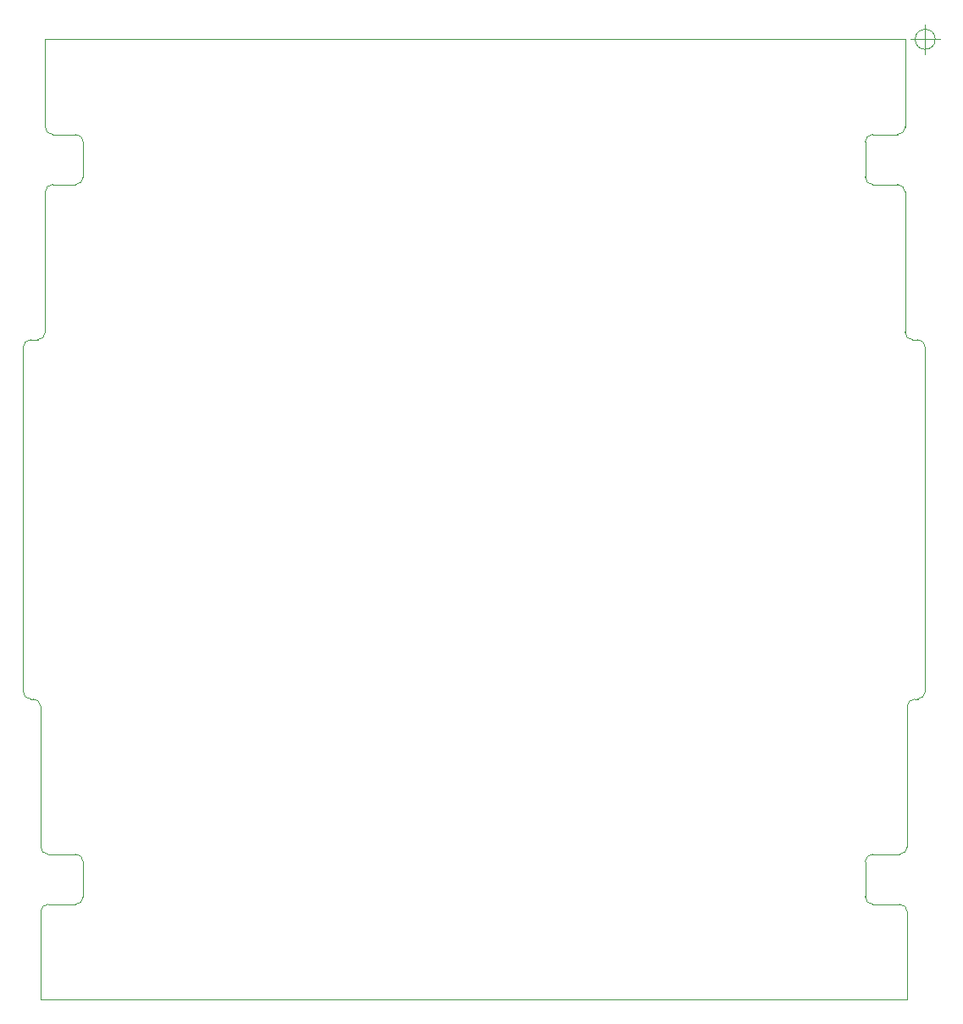
<source format=gbr>
%TF.GenerationSoftware,KiCad,Pcbnew,(5.1.10)-1*%
%TF.CreationDate,2021-11-07T17:42:01-06:00*%
%TF.ProjectId,RADSAT-SK Timer,52414453-4154-42d5-934b-2054696d6572,rev?*%
%TF.SameCoordinates,PX7735940PY2faf080*%
%TF.FileFunction,Profile,NP*%
%FSLAX46Y46*%
G04 Gerber Fmt 4.6, Leading zero omitted, Abs format (unit mm)*
G04 Created by KiCad (PCBNEW (5.1.10)-1) date 2021-11-07 17:42:01*
%MOMM*%
%LPD*%
G01*
G04 APERTURE LIST*
%TA.AperFunction,Profile*%
%ADD10C,0.050000*%
%TD*%
G04 APERTURE END LIST*
D10*
X-87220000Y-9500000D02*
G75*
G02*
X-87970000Y-8750000I0J750000D01*
G01*
X-84920000Y-9500000D02*
G75*
G02*
X-84170000Y-10250000I0J-750000D01*
G01*
X-84920000Y-14500000D02*
G75*
G03*
X-84170000Y-13750000I0J750000D01*
G01*
X-87220000Y-14500000D02*
G75*
G03*
X-87970000Y-15250000I0J-750000D01*
G01*
X-5250000Y-14500000D02*
G75*
G02*
X-6000000Y-13750000I0J750000D01*
G01*
X-2770000Y-14500000D02*
G75*
G02*
X-2020000Y-15250000I0J-750000D01*
G01*
X-2750000Y-9500000D02*
G75*
G03*
X-2000000Y-8750000I0J750000D01*
G01*
X-5250000Y-9500000D02*
G75*
G03*
X-6000000Y-10250000I0J-750000D01*
G01*
X-1270000Y-30000000D02*
G75*
G02*
X-2020000Y-29250000I0J750000D01*
G01*
X-750000Y-30000000D02*
G75*
G02*
X0Y-30750000I0J-750000D01*
G01*
X-750000Y-65890000D02*
G75*
G03*
X0Y-65140000I0J750000D01*
G01*
X-1050000Y-65890000D02*
G75*
G03*
X-1800000Y-66640000I0J-750000D01*
G01*
X-89170000Y-65890000D02*
G75*
G02*
X-88420000Y-66640000I0J-750000D01*
G01*
X-89420000Y-65890000D02*
G75*
G02*
X-90170000Y-65140000I0J750000D01*
G01*
X-89420000Y-30000000D02*
G75*
G03*
X-90170000Y-30750000I0J-750000D01*
G01*
X-88720000Y-30000000D02*
G75*
G03*
X-87970000Y-29250000I0J750000D01*
G01*
X-84920000Y-81390000D02*
G75*
G02*
X-84170000Y-82140000I0J-750000D01*
G01*
X-87670000Y-81390000D02*
G75*
G02*
X-88420000Y-80640000I0J750000D01*
G01*
X-87670000Y-86390000D02*
G75*
G03*
X-88420000Y-87140000I0J-750000D01*
G01*
X-84920000Y-86390000D02*
G75*
G03*
X-84170000Y-85640000I0J750000D01*
G01*
X-2550000Y-81390000D02*
G75*
G03*
X-1800000Y-80640000I0J750000D01*
G01*
X-5250000Y-81390000D02*
G75*
G03*
X-6000000Y-82140000I0J-750000D01*
G01*
X-5250000Y-86390000D02*
G75*
G02*
X-6000000Y-85640000I0J750000D01*
G01*
X-2550000Y-86390000D02*
G75*
G02*
X-1800000Y-87140000I0J-750000D01*
G01*
X-88420000Y-87140000D02*
X-88420000Y-95890000D01*
X-84920000Y-86390000D02*
X-87670000Y-86390000D01*
X-84170000Y-82140000D02*
X-84170000Y-85640000D01*
X-87670000Y-81390000D02*
X-84920000Y-81390000D01*
X-88420000Y-66640000D02*
X-88420000Y-80640000D01*
X-89420000Y-65890000D02*
X-89170000Y-65890000D01*
X-90170000Y-30750000D02*
X-90170000Y-65140000D01*
X-88720000Y-30000000D02*
X-89420000Y-30000000D01*
X-87970000Y-15250000D02*
X-87970000Y-29250000D01*
X-84920000Y-14500000D02*
X-87220000Y-14500000D01*
X-84170000Y-10250000D02*
X-84170000Y-13750000D01*
X-87220000Y-9500000D02*
X-84920000Y-9500000D01*
X-87970000Y0D02*
X-87970000Y-8750000D01*
X1000000Y0D02*
G75*
G03*
X1000000Y0I-1000000J0D01*
G01*
X-1500000Y0D02*
X1500000Y0D01*
X0Y1500000D02*
X0Y-1500000D01*
X-1800000Y-87140000D02*
X-1800000Y-95890000D01*
X-5250000Y-86390000D02*
X-2550000Y-86390000D01*
X-6000000Y-82140000D02*
X-6000000Y-85640000D01*
X-2550000Y-81390000D02*
X-5250000Y-81390000D01*
X-1800000Y-66640000D02*
X-1800000Y-80640000D01*
X-750000Y-65890000D02*
X-1050000Y-65890000D01*
X0Y-30750000D02*
X0Y-65140000D01*
X-1270000Y-30000000D02*
X-750000Y-30000000D01*
X-2020000Y-15250000D02*
X-2020000Y-29250000D01*
X-5250000Y-14500000D02*
X-2770000Y-14500000D01*
X-6000000Y-10250000D02*
X-6000000Y-13750000D01*
X-2750000Y-9500000D02*
X-5250000Y-9500000D01*
X-2000000Y0D02*
X-2000000Y-8750000D01*
X-1800000Y-95890000D02*
X-88420000Y-95890000D01*
X-87970000Y0D02*
X-2000000Y0D01*
M02*

</source>
